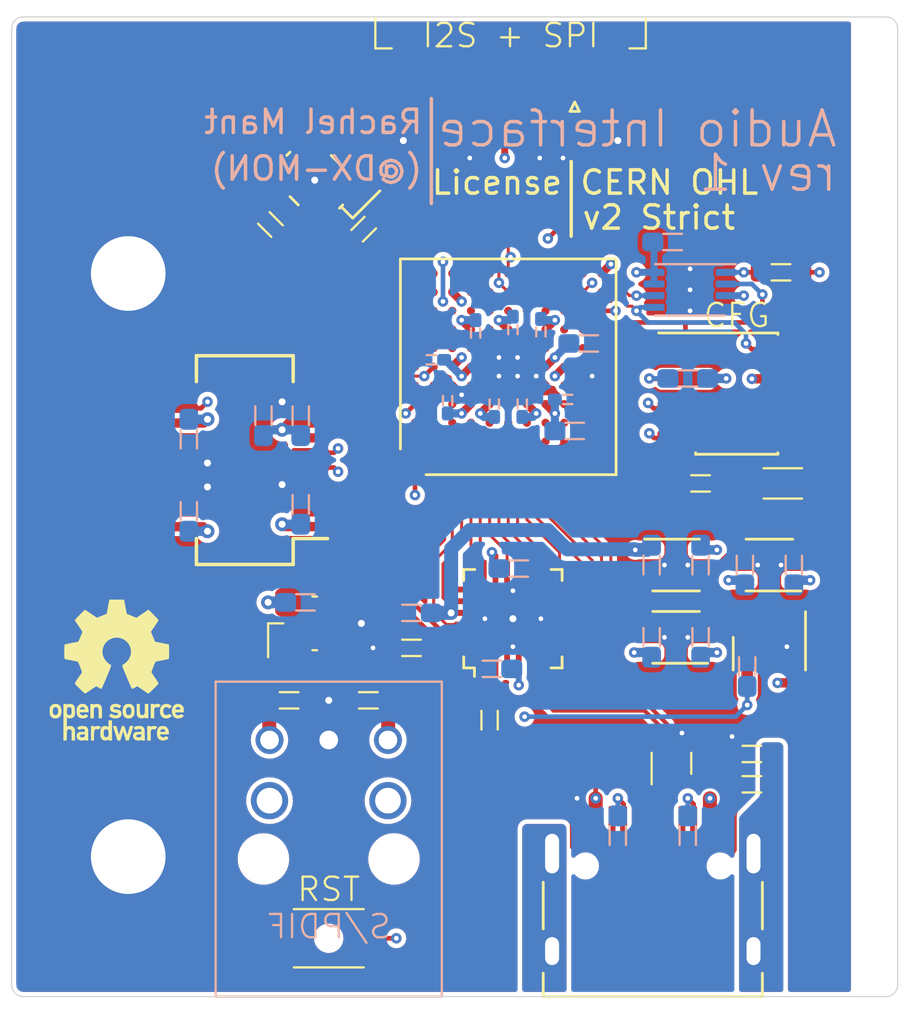
<source format=kicad_pcb>
(kicad_pcb (version 20211014) (generator pcbnew)
  (layers (0 "F.Cu" signal) (1 "In1.Cu" power) (2 "In2.Cu" signal) (31 "B.Cu" power) (34 "B.Paste" user) (35 "F.Paste" user) (36 "B.SilkS" user "B.Silkscreen") (37 "F.SilkS" user "F.Silkscreen") (38 "B.Mask" user) (39 "F.Mask" user) (44 "Edge.Cuts" user))
  (net 0 "")
  (net 1 "DGND")
  (net 2 "Net-(C2-Pad2)")
  (net 3 "Net-(C3-Pad2)")
  (net 4 "+3V3")
  (net 5 "/S{slash}PDIF")
  (net 6 "/USB/D+")
  (net 7 "Net-(J2-PadB5)")
  (net 9 "/USB/D-")
  (net 10 "Net-(J2-PadA5)")
  (net 12 "+5V")
  (net 15 "/Processing/ULPI.D7")
  (net 16 "/Processing/ULPI.D6")
  (net 17 "/Processing/ULPI.D5")
  (net 18 "/Processing/ULPI.D4")
  (net 19 "/Processing/ULPI.CLK")
  (net 20 "/Processing/ULPI.D3")
  (net 21 "/Processing/ULPI.D2")
  (net 22 "/Processing/ULPI.D1")
  (net 23 "/Processing/ULPI.D0")
  (net 24 "/Processing/ULPI.NXT")
  (net 25 "/Processing/ULPI.DIR")
  (net 26 "/Processing/ULPI.STP")
  (net 27 "/Processing/ULPI.~{RST}")
  (net 28 "Net-(R4-Pad2)")
  (net 50 "+1V2")
  (net 97 "/SYS_CLK")
  (net 98 "/Clock Generation/~{SPI_CS}")
  (net 99 "/Clock Generation/CSEL")
  (net 104 "/ACLK")
  (net 105 "/ADAT")
  (net 106 "/AR{slash}~{L}")
  (net 107 "/~{DAC_CS}")
  (net 108 "/Processing/CFG_SPI.CIPO")
  (net 109 "/Processing/CFG_SPI.CLK")
  (net 110 "/Processing/CFG_SPI.COPI")
  (net 111 "/Processing/CIPO")
  (net 112 "/Processing/COPI")
  (net 113 "/Processing/~{CFG_CS}")
  (net 115 "/Processing/~{CFG_RST}")
  (net 116 "/Processing/CFG_CLK")
  (net 117 "/Power/~{PSU_EN}")
  (net 118 "/USB/SHIELD")
  (net 119 "Net-(R7-Pad1)")
  (net 120 "+1V8")
  (net 121 "Net-(U1-Pad23)")
  (net 123 "Net-(U7-Pad3)")
  (net 124 "Net-(D1-Pad2)")
  (net 125 "Net-(U2-PadK8)")
  (footprint "rhais_package-qfn:WSON-6-1EP_2x2mm_P0.65mm_EP1x1.6mm" (layer "F.Cu") (at 194.5 121.5 180)
    (fp_text reference "U8")
    (fp_text value "TLV73312PDRV" hide)
  )
  (footprint "Package_BGA:BGA-121_9.0x9.0mm_Layout11x11_P0.8mm_Ball0.4mm_Pad0.35mm_NSMD" (layer "F.Cu") (at 183.3 113 90)
    (fp_text reference "U2")
    (fp_text value "ICE40HX8K-BG121" hide)
  )
  (footprint "rhais_rcl:R0603" (layer "F.Cu") (at 193.75 129.6 180)
    (fp_text reference "R1")
    (fp_text value "1M" hide)
  )
  (footprint "rhais_package-qfn:UDFN-6L" (layer "F.Cu") (at 190.3 130 90)
    (fp_text reference "U4")
    (fp_text value "SP3400-02UTG" hide)
  )
  (footprint "rhais_package-smd:SOT-143" (layer "F.Cu") (at 194.5 125.3 -90)
    (fp_text reference "U7")
    (fp_text value "APX811-40UG-7" hide)
  )
  (footprint "rhais_button-smd:B3U-1000P-B" (layer "F.Cu") (at 175.6 137.5 180)
    (fp_text reference "SW1")
    (fp_text value "RST")
  )
  (footprint "rhais_connector-pinheader:PinHeader_2x04_P1.27mm_Vertical_SMD" (layer "F.Cu") (at 193.1 114.15)
    (fp_text reference "J4")
    (fp_text value "CFG")
  )
  (footprint "rhais_osc:SMD3225" (layer "F.Cu") (at 175 105 135)
    (fp_text reference "Y1")
    (fp_text value "27MHz" hide)
  )
  (footprint "MountingHole:MountingHole_3.2mm_M3_Pad" (layer "F.Cu") (at 167 109)
    (fp_text reference "H2" hide)
    (fp_text value "MountingHole_Pad" hide)
  )
  (footprint "rhais_rcl:R0603" (layer "F.Cu") (at 191.55 118)
    (fp_text reference "R8")
    (fp_text value "6k8" hide)
  )
  (footprint "rhais_connector-te:1-17345952-2_1x12-1MP_P0.5mm_Horizontal" (layer "F.Cu") (at 183.4 101.5 180)
    (fp_text reference "J1")
    (fp_text value "I2S + SPI")
  )
  (footprint "rhais_package-smd:SSOP-20_3.9x8.7mm_P0.635mm" (layer "F.Cu") (at 172 117 180)
    (fp_text reference "U3")
    (fp_text value "PLL1708" hide)
  )
  (footprint "rhais_rcl:R0603" (layer "F.Cu") (at 182.5 128.15 -90)
    (fp_text reference "R7")
    (fp_text value "10k" hide)
  )
  (footprint "rhais_osc:SMD2520" (layer "F.Cu") (at 175 124)
    (fp_text reference "X1")
    (fp_text value "13MHz" hide)
  )
  (footprint "rhais_package-qfn:WSON-6-1EP_2x2mm_P0.65mm_EP1x1.6mm" (layer "F.Cu") (at 190.5 124.6 180)
    (fp_text reference "U6")
    (fp_text value "TLV75533PDRV" hide)
  )
  (footprint "rhais_rcl:C0603" (layer "F.Cu") (at 193.75 130.9 180)
    (fp_text reference "C1")
    (fp_text value "0u1" hide)
  )
  (footprint "rhais_rcl:R0603" (layer "F.Cu") (at 179.15 125.05)
    (fp_text reference "R4")
    (fp_text value "8k06" hide)
  )
  (footprint "rhais_usb:USB_C_Receptacle_HRO_TYPE-C-31-M-12" (layer "F.Cu") (at 189.5 137)
    (fp_text reference "J2")
    (fp_text value "USB_C_Receptacle_USB2.0" hide)
  )
  (footprint "MountingHole:MountingHole_3.2mm_M3_Pad" (layer "F.Cu") (at 167 134)
    (fp_text reference "H1" hide)
    (fp_text value "MountingHole_Pad" hide)
  )
  (footprint "rhais_package-qfn:QFN-24-1EP_4x4mm_P0.5mm_EP2.6x2.6mm" (layer "F.Cu") (at 183.5 123.8 90)
    (fp_text reference "U1")
    (fp_text value "USB3318" hide)
  )
  (footprint "rhais_rcl:C0603" (layer "F.Cu") (at 173.1 106.9 135)
    (fp_text reference "C2")
    (fp_text value "15p" hide)
  )
  (footprint "rhais_led:LED0603" (layer "F.Cu") (at 194.65 118 180)
    (fp_text reference "D1")
    (fp_text value "WHITE" hide)
  )
  (footprint "rhais_rcl:C0603" (layer "F.Cu") (at 177.1 107.1 45)
    (fp_text reference "C3")
    (fp_text value "15p" hide)
  )
  (footprint "rhais_rcl:R0603" (layer "F.Cu") (at 195 108.95 180)
    (fp_text reference "R5")
    (fp_text value "10k" hide)
  )
  (footprint "rhais_rcl:C0603" (layer "F.Cu") (at 173.9 127.3 180)
    (fp_text reference "C6")
    (fp_text value "0u1" hide)
  )
  (footprint "rhais_rcl:C0603" (layer "F.Cu") (at 177.3 127.3)
    (fp_text reference "C7")
    (fp_text value "30pF" hide)
  )
  (footprint "Symbol:OSHW-Logo_5.7x6mm_SilkScreen" (layer "F.Cu") (at 166.5 126)
    (fp_text reference "G1" hide)
    (fp_text value "OSHW-Logo_5.7x6mm_SilkScreen" hide)
  )
  (footprint "rhais_package-qfn:WSON-6-1EP_2x2mm_P0.65mm_EP1x1.6mm" (layer "F.Cu") (at 190.5 121.5)
    (fp_text reference "U9")
    (fp_text value "LP5910-1.8DRV" hide)
  )
  (footprint "rhais_rcl:C0402" (layer "B.Cu") (at 184.7 111.5 90)
    (fp_text reference "C24")
    (fp_text value "0u1" hide)
  )
  (footprint "rhais_rcl:C0603" (layer "B.Cu") (at 172.8 115.1 -90)
    (fp_text reference "C5")
    (fp_text value "10u" hide)
  )
  (footprint "rhais_rcl:C0603" (layer "B.Cu") (at 189.45 121.5 90)
    (fp_text reference "C14")
    (fp_text value "1u" hide)
  )
  (footprint "rhais_rcl:C0603" (layer "B.Cu") (at 182.6 125.95)
    (fp_text reference "C22")
    (fp_text value "4u7" hide)
  )
  (footprint "rhais_rcl:C0402" (layer "B.Cu") (at 182.7 114.6 -90)
    (fp_text reference "C32")
    (fp_text value "0u1" hide)
  )
  (footprint "rhais_rcl:C0603" (layer "B.Cu") (at 191.55 121.5 90)
    (fp_text reference "C13")
    (fp_text value "1u" hide)
  )
  (footprint "rhais_rcl:C0402" (layer "B.Cu") (at 180 112.7)
    (fp_text reference "C30")
    (fp_text value "0u1" hide)
  )
  (footprint "rhais_rcl:R0603" (layer "B.Cu") (at 191 133.1 -90)
    (fp_text reference "R3")
    (fp_text value "5k1" hide)
  )
  (footprint "rhais_rcl:C0402" (layer "B.Cu") (at 180.7 114.45 -90)
    (fp_text reference "C27")
    (fp_text value "0u1" hide)
  )
  (footprint "rhais_rcl:R0603" (layer "B.Cu") (at 191 113.5 180)
    (fp_text reference "R6")
    (fp_text value "10k" hide)
  )
  (footprint "rhais_rcl:C0603" (layer "B.Cu") (at 189.45 124.6 -90)
    (fp_text reference "C16")
    (fp_text value "4u7" hide)
  )
  (footprint "rhais_rcl:C0603" (layer "B.Cu") (at 195.55 121.5 -90)
    (fp_text reference "C19")
    (fp_text value "4u7" hide)
  )
  (footprint "rhais_rcl:C0402" (layer "B.Cu") (at 183.9 114.6 -90)
    (fp_text reference "C29")
    (fp_text value "0u1" hide)
  )
  (footprint "rhais_rcl:C0603" (layer "B.Cu") (at 193.45 121.5 -90)
    (fp_text reference "C18")
    (fp_text value "4u7" hide)
  )
  (footprint "rhais_rcl:C0603" (layer "B.Cu") (at 186.75 112 180)
    (fp_text reference "C28")
    (fp_text value "4u7" hide)
  )
  (footprint "rhais_rcl:C0402" (layer "B.Cu") (at 183.5 111.4 90)
    (fp_text reference "C31")
    (fp_text value "0u1" hide)
  )
  (footprint "rhais_rcl:C0603" (layer "B.Cu") (at 174.6 123.1 180)
    (fp_text reference "C12")
    (fp_text value "0u1" hide)
  )
  (footprint "rhais_rcl:C0603" (layer "B.Cu") (at 169.6 119.2 -90)
    (fp_text reference "C10")
    (fp_text value "0u1" hide)
  )
  (footprint "rhais_package-qfn:UDFN-8-1EP_3x2mm_P0.5mm_EP1.4x1.4mm" (layer "B.Cu") (at 191.1 109.7 180)
    (fp_text reference "U5")
    (fp_text value "GD25Q40C" hide)
  )
  (footprint "rhais_rcl:C0603" (layer "B.Cu") (at 186.15 115.75 180)
    (fp_text reference "C23")
    (fp_text value "4u7" hide)
  )
  (footprint "rhais_rcl:C0402" (layer "B.Cu") (at 185.85 114.4 180)
    (fp_text reference "C26")
    (fp_text value "0u1" hide)
  )
  (footprint "rhais_rcl:C0603" (layer "B.Cu") (at 190.35 107.65 180)
    (fp_text reference "C11")
    (fp_text value "0u1" hide)
  )
  (footprint "rhais_rcl:C0603" (layer "B.Cu") (at 174.4 118.9 -90)
    (fp_text reference "C8")
    (fp_text value "0u1" hide)
  )
  (footprint "rhais_rcl:C0603" (layer "B.Cu") (at 191.55 124.6 -90)
    (fp_text reference "C17")
    (fp_text value "4u7" hide)
  )
  (footprint "rhais_rcl:C0603" (layer "B.Cu") (at 169.6 116.1 90)
    (fp_text reference "C9")
    (fp_text value "0u1" hide)
  )
  (footprint "rhais_connector-optical:S-PDIF_Receiver" (layer "B.Cu") (at 175.6 131.6)
    (fp_text reference "J3")
    (fp_text value "S/PDIF")
  )
  (footprint "rhais_rcl:C0402" (layer "B.Cu") (at 181.9 111.55 90)
    (fp_text reference "C25")
    (fp_text value "0u1" hide)
  )
  (footprint "rhais_rcl:C0603" (layer "B.Cu") (at 174.4 115.1 -90)
    (fp_text reference "C4")
    (fp_text value "0u1" hide)
  )
  (footprint "rhais_rcl:R0603" (layer "B.Cu") (at 188 133.1 -90)
    (fp_text reference "R2")
    (fp_text value "5k1" hide)
  )
  (footprint "rhais_rcl:C0603" (layer "B.Cu") (at 179.15 123.55)
    (fp_text reference "C20")
    (fp_text value "0u1" hide)
  )
  (footprint "rhais_rcl:C0603" (layer "B.Cu") (at 183.75 121.65 180)
    (fp_text reference "C21")
    (fp_text value "0u1" hide)
  )
  (footprint "rhais_rcl:C0603" (layer "B.Cu") (at 193.55 125.85 90)
    (fp_text reference "C15")
    (fp_text value "1u" hide)
  )
  (gr_line (start 180 106) (end 180 101.5) (layer "B.SilkS") (width 0.15))
  (gr_line (start 186 104.2) (end 186 107.4) (layer "F.SilkS") (width 0.15))
  (gr_arc locked (start 162 98.5) (mid 162.146447 98.146447) (end 162.5 98) (layer "Edge.Cuts") (width 0.05))
  (gr_arc locked (start 200.000001 139.500001) (mid 199.853554 139.853554) (end 199.500001 140.000001) (layer "Edge.Cuts") (width 0.05))
  (gr_arc locked (start 162.5 140) (mid 162.146447 139.853553) (end 162 139.5) (layer "Edge.Cuts") (width 0.05))
  (gr_arc locked (start 199.5 98) (mid 199.853553 98.146447) (end 200 98.5) (layer "Edge.Cuts") (width 0.05))
  (gr_line locked (start 162 139.5) (end 162 98.5) (layer "Edge.Cuts") (width 0.05))
  (gr_line locked (start 199.500001 140.000001) (end 162.5 140) (layer "Edge.Cuts") (width 0.05))
  (gr_line locked (start 200.000001 139.500001) (end 200 98.5) (layer "Edge.Cuts") (width 0.05))
  (gr_line locked (start 162.5 98) (end 199.5 98) (layer "Edge.Cuts") (width 0.05))
  (gr_text "(@DX-MON)" (at 179.7 104.5) (layer "B.SilkS") (effects (font (size 1 1)) (justify left mirror)))
  (gr_text "Audio Interface" (at 197.5 102.8) (layer "B.SilkS") (effects (font (size 1.5 1.5)) (justify left mirror)))
  (gr_text "rev 1" (at 197.5 104.7) (layer "B.SilkS") (effects (font (size 1.5 1.5)) (justify left mirror)))
  (gr_text "Rachel Mant" (at 179.7 102.5) (layer "B.SilkS") (effects (font (size 1 1)) (justify left mirror)))
  (gr_text "CERN OHL" (at 186.3 105.1) (layer "F.SilkS") (effects (font (size 1 1)) (justify left)))
  (gr_text "License" (at 185.7 105.1) (layer "F.SilkS") (effects (font (size 1 1)) (justify right)))
  (gr_text "v2 Strict" (at 186.4 106.6) (layer "F.SilkS") (effects (font (size 1 1)) (justify left)))
  (segment (start 183.3 113) (end 183.7 112.6) (width 0.35) (layer "F.Cu") (net 1))
  (segment (start 182.5 113) (end 182.9 112.6) (width 0.35) (layer "F.Cu") (net 1))
  (segment (start 192.9 129.6) (end 192.9 128.85) (width 0.6) (layer "F.Cu") (net 1))
  (segment (start 190.5 124.6) (end 190.5 124.3) (width 0.4) (layer "F.Cu") (net 1))
  (segment (start 180.9 113.8) (end 181.3 114.2) (width 0.35) (layer "F.Cu") (net 1))
  (segment (start 195.55 121.5) (end 194.5 121.5) (width 0.4) (layer "F.Cu") (net 1))
  (segment (start 178.3 125.05) (end 177.5 125.05) (width 0.2) (layer "F.Cu") (net 1))
  (segment (start 169.2 117.3175) (end 170.2075 117.3175) (width 0.4) (layer "F.Cu") (net 1))
  (segment (start 173.6975 117.9525) (end 173.6 118.05) (width 0.4) (layer "F.Cu") (net 1))
  (segment (start 191.55 124.6) (end 190.5 124.6) (width 0.4) (layer "F.Cu") (net 1))
  (segment (start 173.8775 114.7775) (end 174.8 114.7775) (width 0.4) (layer "F.Cu") (net 1))
  (segment (start 175.6 129) (end 175.6 127.3) (width 0.6) (layer "F.Cu") (net 1))
  (segment (start 188 101.2) (end 188 103.3) (width 1) (layer "F.Cu") (net 1))
  (segment (start 191.55 121.5) (end 190.5 121.5) (width 0.4) (layer "F.Cu") (net 1))
  (segment (start 175 105) (end 175.1 105.1) (width 0.2) (layer "F.Cu") (net 1))
  (segment (start 170.2025 117.9525) (end 170.4 118.15) (width 0.4) (layer "F.Cu") (net 1))
  (segment (start 190.5 124.3) (end 190.85 123.95) (width 0.4) (layer "F.Cu") (net 1))
  (segment (start 187.3 113) (end 186.9 113.4) (width 0.35) (layer "F.Cu") (net 1))
  (segment (start 176.05 124.9) (end 176.1 124.9) (width 0.5) (layer "F.Cu") (net 1))
  (segment (start 181.65 103) (end 181.65 104.05) (width 0.3) (layer "F.Cu") (net 1))
  (segment (start 178.8 101.2) (end 178.8 103.3) (width 1) (layer "F.Cu") (net 1))
  (segment (start 184.65 103) (end 184.65 104.05) (width 0.3) (layer "F.Cu") (net 1))
  (segment (start 175.1 105.1) (end 175.1 106.443503) (width 0.2) (layer "F.Cu") (net 1))
  (segment (start 183.3 113) (end 182.9 112.6) (width 0.35) (layer "F.Cu") (net 1))
  (segment (start 184.1 113) (end 184.5 113.4) (width 0.35) (layer "F.Cu") (net 1))
  (segment (start 190.75 130.55) (end 190.75 129.45) (width 0.35) (layer "F.Cu") (net 1))
  (segment (start 194.85 120.85) (end 195.55 120.85) (width 0.4) (layer "F.Cu") (net 1))
  (segment (start 175.1 106.443503) (end 175.176777 106.52028) (width 0.2) (layer "F.Cu") (net 1))
  (segment (start 175.176777 106.52028) (end 174.681802 106.52028) (width 0.2) (layer "F.Cu") (net 1))
  (segment (start 174.9 103.556497) (end 174.823223 103.47972) (width 0.2) (layer "F.Cu") (net 1))
  (segment (start 173.6 114.5) (end 173.8775 114.7775) (width 0.4) (layer "F.Cu") (net 1))
  (segment (start 174.9 104.9) (end 174.9 103.556497) (width 0.2) (layer "F.Cu") (net 1))
  (segment (start 175 105) (end 174.9 104.9) (width 0.2) (layer "F.Cu") (net 1))
  (segment (start 189.45 124.6) (end 190.5 124.6) (width 0.4) (layer "F.Cu") (net 1))
  (segment (start 190.85 123.85) (end 191.55 123.85) (width 0.4) (layer "F.Cu") (net 1))
  (segment (start 195.25 124.05) (end 195.25 125) (width 0.6) (layer "F.Cu") (net 1))
  (segment (start 174.8 117.9525) (end 173.6975 117.9525) (width 0.4) (layer "F.Cu") (net 1))
  (segment (start 184.9 113.8) (end 184.5 113.4) (width 0.35) (layer "F.Cu") (net 1))
  (segment (start 194.5 121.2) (end 194.85 120.85) (width 0.4) (layer "F.Cu") (net 1))
  (segment (start 169.2 117.9525) (end 170.2025 117.9525) (width 0.4) (layer "F.Cu") (net 1))
  (segment (start 183.3 113.8) (end 182.9 113.4) (width 0.35) (layer "F.Cu") (net 1))
  (segment (start 183.3 112.2) (end 182.9 112.6) (width 0.35) (layer "F.Cu") (net 1))
  (segment (start 184.1 113) (end 183.7 112.6) (width 0.35) (layer "F.Cu") (net 1))
  (segment (start 182.5 112.2) (end 182.9 112.6) (width 0.35) (layer "F.Cu") (net 1))
  (segment (start 175.6 127.3) (end 176.45 127.3) (width 0.6) (layer "F.Cu") (net 1))
  (segment (start 182.5 113.8) (end 182.9 113.4) (width 0.35) (layer "F.Cu") (net 1))
  (segment (start 182.5 113) (end 182.9 113.4) (width 0.35) (layer "F.Cu") (net 1))
  (segment (start 184.1 113) (end 183.7 113.4) (width 0.35) (layer "F.Cu") (net 1))
  (segment (start 194.5 121.5) (end 194.5 121.2) (width 0.4) (layer "F.Cu") (net 1))
  (segment (start 184.1 112.2) (end 183.7 112.6) (width 0.35) (layer "F.Cu") (net 1))
  (segment (start 174.75 127.3) (end 175.6 127.3) (width 0.6) (layer "F.Cu") (net 1))
  (segment (start 175.318198 106.52028) (end 176.498959 107.701041) (width 0.2) (layer "F.Cu") (net 1))
  (segment (start 184.1 113.8) (end 184.5 113.4) (width 0.35) (layer "F.Cu") (net 1))
  (segment (start 185.65 103) (end 185.65 104.05) (width 0.3) (layer "F.Cu") (net 1))
  (segment (start 190.75 129.45) (end 190.75 128.7) (width 0.35) (layer "F.Cu") (net 1))
  (segment (start 184.1 113.8) (end 183.7 113.4) (width 0.35) (layer "F.Cu") (net 1))
  (segment (start 183.3 112.2) (end 183.7 112.6) (width 0.35) (layer "F.Cu") (net 1))
  (segment (start 183.3 113) (end 183.7 113.4) (width 0.35) (layer "F.Cu") (net 1))
  (segment (start 175.176777 106.52028) (end 175.318198 106.52028) (width 0.2) (layer "F.Cu") (net 1))
  (segment (start 189.45 121.5) (end 190.5 121.5) (width 0.4) (layer "F.Cu") (net 1))
  (segment (start 183.3 113.8) (end 183.7 113.4) (width 0.35) (layer "F.Cu") (net 1))
  (segment (start 186.25 132.755) (end 186.25 131.5) (width 0.6) (layer "F.Cu") (net 1))
  (segment (start 193.45 121.5) (end 194.5 121.5) (width 0.4) (layer "F.Cu") (net 1))
  (segment (start 170.2075 117.3175) (end 170.4 117.125) (width 0.4) (layer "F.Cu") (net 1))
  (segment (start 183.3 113) (end 182.9 113.4) (width 0.35) (layer "F.Cu") (net 1))
  (segment (start 174.681802 106.52028) (end 173.701041 107.501041) (width 0.2) (layer "F.Cu") (net 1))
  (segment (start 176.1 124.9) (end 177 124) (width 0.5) (layer "F.Cu") (net 1))
  (via (at 188 103.3) (size 0.6) (drill 0.3) (layers "F.Cu" "B.Cu") (net 1))
  (via (at 175.6 127.3) (size 0.6) (drill 0.3) (layers "F.Cu" "B.Cu") (net 1))
  (via (at 183.7 113.4) (size 0.45) (drill 0.2) (layers "F.Cu" "B.Cu") (net 1))
  (via (at 173.6 118.05) (size 0.6) (drill 0.3) (layers "F.Cu" "B.Cu") (net 1))
  (via (at 182.9 113.4) (size 0.45) (drill 0.2) (layers "F.Cu" "B.Cu") (net 1))
  (via (at 186.9 113.4) (size 0.45) (drill 0.2) (layers "F.Cu" "B.Cu") (net 1))
  (via (at 183.7 112.6) (size 0.45) (drill 0.2) (layers "F.Cu" "B.Cu") (net 1))
  (via (at 181.65 104.05) (size 0.45) (drill 0.2) (layers "F.Cu" "B.Cu") (net 1))
  (via (at 192.9 128.85) (size 0.45) (drill 0.2) (layers "F.Cu" "B.Cu") (net 1))
  (via (at 190 121.5) (size 0.45) (drill 0.2) (layers "F.Cu" "B.Cu") (net 1))
  (via (at 190 124.6) (size 0.45) (drill 0.2) (layers "F.Cu" "B.Cu") (net 1))
  (via (at 177 124) (size 0.6) (drill 0.3) (layers "F.Cu" "B.Cu") (net 1))
  (via (at 185.65 104.05) (size 0.45) (drill 0.2) (layers "F.Cu" "B.Cu") (net 1))
  (via (at 173.6 114.5) (size 0.6) (drill 0.3) (layers "F.Cu" "B.Cu") (net 1))
  (via (at 191.1 109.7) (size 0.45) (drill 0.2) (layers "F.Cu" "B.Cu") (net 1))
  (via (at 175 105) (size 0.6) (drill 0.3) (layers "F.Cu" "B.Cu") (net 1))
  (via (at 183.5 123.8) (size 0.6) (drill 0.3) (layers "F.Cu" "B.Cu") (net 1))
  (via (at 191 124.6) (size 0.45) (drill 0.2) (layers "F.Cu" "B.Cu") (net 1))
  (via (at 170.4 118.15) (size 0.6) (drill 0.3) (layers "F.Cu" "B.Cu") (net 1))
  (via (at 191.1 110.6) (size 0.45) (drill 0.2) (layers "F.Cu" "B.Cu") (net 1))
  (via (at 170.4 117.125) (size 0.6) (drill 0.3) (layers "F.Cu" "B.Cu") (net 1))
  (via (at 184.5 113.4) (size 0.45) (drill 0.2) (layers "F.Cu" "B.Cu") (net 1))
  (via (at 195.25 125) (size 0.45) (drill 0.2) (layers "F.Cu" "B.Cu") (net 1))
  (via (at 194 121.5) (size 0.45) (drill 0.2) (layers "F.Cu" "B.Cu") (net 1))
  (via (at 181.3 114.2) (size 0.45) (drill 0.2) (layers "F.Cu" "B.Cu") (net 1))
  (via (at 178.8 103.3) (size 0.6) (drill 0.3) (layers "F.Cu" "B.Cu") (net 1))
  (via (at 177.5 125.05) (size 0.45) (drill 0.2) (layers "F.Cu" "B.Cu") (net 1))
  (via (at 195 121.5) (size 0.45) (drill 0.2) (layers "F.Cu" "B.Cu") (net 1))
  (via (at 183.5 122.6) (size 0.45) (drill 0.2) (layers "F.Cu" "B.Cu") (net 1))
  (via (at 183.5 125) (size 0.45) (drill 0.2) (layers "F.Cu" "B.Cu") (net 1))
  (via (at 182.3 123.8) (size 0.45) (drill 0.2) (layers "F.Cu" "B.Cu") (net 1))
  (via (at 186.25 131.5) (size 0.45) (drill 0.2) (layers "F.Cu" "B.Cu") (net 1))
  (via (at 182.9 112.6) (size 0.45) (drill 0.2) (layers "F.Cu" "B.Cu") (net 1))
  (via (at 184.7 123.8) (size 0.45) (drill 0.2) (layers "F.Cu" "B.Cu") (net 1))
  (via (at 184.65 104.05) (size 0.45) (drill 0.2) (layers "F.Cu" "B.Cu") (net 1))
  (via (at 191 121.5) (size 0.45) (drill 0.2) (layers "F.Cu" "B.Cu") (net 1))
  (via (at 190.75 128.7) (size 0.45) (drill 0.2) (layers "F.Cu" "B.Cu") (net 1))
  (via (at 191.1 108.8) (size 0.45) (drill 0.2) (layers "F.Cu" "B.Cu") (net 1))
  (segment (start 174.4 114.25) (end 174.15 114.5) (width 0.4) (layer "B.Cu") (net 1))
  (segment (start 173.6 118.05) (end 174.4 118.05) (width 0.4) (layer "B.Cu") (net 1))
  (segment (start 173.05 114.5) (end 172.8 114.25) (width 0.4) (layer "B.Cu") (net 1))
  (segment (start 173.6 114.5) (end 173.05 114.5) (width 0.4) (layer "B.Cu") (net 1))
  (segment (start 174.15 114.5) (end 173.6 114.5) (width 0.4) (layer "B.Cu") (net 1))
  (segment (start 171.8 111.8) (end 171.8 113.4) (width 0.2) (layer "F.Cu") (net 2))
  (segment (start 173.47972 104.823223) (end 173.47972 105.318198) (width 0.2) (layer "F.Cu") (net 2))
  (segment (start 174.4 111) (end 172.6 111) (width 0.2) (layer "F.Cu") (net 2))
  (segment (start 170.1 113.8) (end 169.7575 114.1425) (width 0.2) (layer "F.Cu") (net 2))
  (segment (start 173.5 108.6) (end 174.4 108.6) (width 0.2) (layer "F.Cu") (net 2))
  (segment (start 174.9 110.5) (end 174.4 111) (width 0.2) (layer "F.Cu") (net 2))
  (segment (start 172.498959 107.598959) (end 173.5 108.6) (width 0.2) (layer "F.Cu") (net 2))
  (segment (start 169.7575 114.1425) (end 169.2 114.1425) (width 0.2) (layer "F.Cu") (net 2))
  (segment (start 172.6 111) (end 171.8 111.8) (width 0.2) (layer "F.Cu") (net 2))
  (segment (start 171.8 113.4) (end 171.4 113.8) (width 0.2) (layer "F.Cu") (net 2))
  (segment (start 172.498959 106.298959) (end 172.498959 107.598959) (width 0.2) (layer "F.Cu") (net 2))
  (segment (start 173.47972 105.318198) (end 172.498959 106.298959) (width 0.2) (layer "F.Cu") (net 2))
  (segment (start 174.9 109.1) (end 174.9 110.5) (width 0.2) (layer "F.Cu") (net 2))
  (segment (start 174.4 108.6) (end 174.9 109.1) (width 0.2) (layer "F.Cu") (net 2))
  (segment (start 171.4 113.8) (end 170.1 113.8) (width 0.2) (layer "F.Cu") (net 2))
  (segment (start 176.52028 105.176777) (end 176.52028 105.318198) (width 0.2) (layer "F.Cu") (net 3))
  (segment (start 172.6 113.8) (end 173.9 113.8) (width 0.2) (layer "F.Cu") (net 3))
  (segment (start 174.2425 114.1425) (end 174.8 114.1425) (width 0.2) (layer "F.Cu") (net 3))
  (segment (start 177.701041 107.798959) (end 176.7 108.8) (width 0.2) (layer "F.Cu") (net 3))
  (segment (start 175.6 108.8) (end 175.3 109.1) (width 0.2) (layer "F.Cu") (net 3))
  (segment (start 172.2 113.4) (end 172.6 113.8) (width 0.2) (layer "F.Cu") (net 3))
  (segment (start 174.5 111.4) (end 172.7 111.4) (width 0.2) (layer "F.Cu") (net 3))
  (segment (start 172.7 111.4) (end 172.2 111.9) (width 0.2) (layer "F.Cu") (net 3))
  (segment (start 175.3 109.1) (end 175.3 110.6) (width 0.2) (layer "F.Cu") (net 3))
  (segment (start 176.7 108.8) (end 175.6 108.8) (width 0.2) (layer "F.Cu") (net 3))
  (segment (start 176.52028 105.318198) (end 177.701041 106.498959) (width 0.2) (layer "F.Cu") (net 3))
  (segment (start 173.9 113.8) (end 174.2425 114.1425) (width 0.2) (layer "F.Cu") (net 3))
  (segment (start 172.2 111.9) (end 172.2 113.4) (width 0.2) (layer "F.Cu") (net 3))
  (segment (start 177.701041 106.498959) (end 177.701041 107.798959) (width 0.2) (layer "F.Cu") (net 3))
  (segment (start 175.3 110.6) (end 174.5 111.4) (width 0.2) (layer "F.Cu") (net 3))
  (segment (start 181.7 113) (end 181.3 113.4) (width 0.35) (layer "F.Cu") (net 4))
  (segment (start 191.55 120.85) (end 192.25 120.85) (width 0.4) (layer "F.Cu") (net 4))
  (segment (start 170.2075 119.8575) (end 170.4 120.05) (width 0.4) (layer "F.Cu") (net 4))
  (segment (start 180.9 109.8) (end 181.3 110.2) (width 0.35) (layer "F.Cu") (net 4))
  (segment (start 173.05 128.99) (end 173.06 129) (width 0.6) (layer "F.Cu") (net 4))
  (segment (start 193.45 122.15) (end 192.75 122.15) (width 0.4) (layer "F.Cu") (net 4))
  (segment (start 184.9 113) (end 185.3 112.6) (width 0.35) (layer "F.Cu") (net 4))
  (segment (start 170.2375 115.4125) (end 170.4 115.25) (width 0.4) (layer "F.Cu") (net 4))
  (segment (start 173.8875 115.4125) (end 173.6 115.7) (width 0.4) (layer "F.Cu") (net 4))
  (segment (start 174.8 115.4125) (end 173.8875 115.4125) (width 0.4) (layer "F.Cu") (net 4))
  (segment (start 183.15 103) (end 183.15 104.05) (width 0.3) (layer "F.Cu") (net 4))
  (segment (start 182.75 121.1) (end 182.6 120.95) (width 0.25) (layer "F.Cu") (net 4))
  (segment (start 169.2 119.8575) (end 170.2075 119.8575) (width 0.4) (layer "F.Cu") (net 4))
  (segment (start 195.85 108.95) (end 196.65 108.95) (width 0.2) (layer "F.Cu") (net 4))
  (segment (start 173.05 127.3) (end 173.05 128.99) (width 0.6) (layer "F.Cu") (net 4))
  (segment (start 182.75 121.775) (end 182.75 121.1) (width 0.25) (layer "F.Cu") (net 4))
  (segment (start 182.5 114.6) (end 182.1 115) (width 0.35) (layer "F.Cu") (net 4))
  (segment (start 195.3 113.515) (end 193.75 113.515) (width 0.4) (layer "F.Cu") (net 4))
  (segment (start 173.7 119.85) (end 174.8 119.85) (width 0.4) (layer "F.Cu") (net 4))
  (segment (start 173.6 119.75) (end 173.7 119.85) (width 0.4) (layer "F.Cu") (net 4))
  (segment (start 183.25 125.825) (end 183.75 125.825) (width 0.25) (layer "F.Cu") (net 4))
  (segment (start 183.75 125.825) (end 183.75 126.65) (width 0.25) (layer "F.Cu") (net 4))
  (segment (start 169.2 115.4125) (end 170.2375 115.4125) (width 0.4) (layer "F.Cu") (net 4))
  (segment (start 173.95 123.1) (end 173 123.1) (width 0.5) (layer "F.Cu") (net 4))
  (segment (start 184.1 114.6) (end 184.5 115) (width 0.35) (layer "F.Cu") (net 4))
  (segment (start 173.95 124.9) (end 173.95 123.1) (width 0.5) (layer "F.Cu") (net 4))
  (segment (start 183.3 111.4) (end 182.9 111) (width 0.35) (layer "F.Cu") (net 4))
  (segment (start 187.3 109) (end 187.7 108.6) (width 0.35) (layer "F.Cu") (net 4))
  (segment (start 191.55 125.25) (end 192.25 125.25) (width 0.4) (layer "F.Cu") (net 4))
  (via (at 173.6 115.7) (size 0.6) (drill 0.3) (layers "F.Cu" "B.Cu") (net 4))
  (via (at 173 123.1) (size 0.6) (drill 0.3) (layers "F.Cu" "B.Cu") (net 4))
  (via (at 187.7 108.6) (size 0.45) (drill 0.2) (layers "F.Cu" "B.Cu") (net 4))
  (via (at 188.8 108.95) (size 0.45) (drill 0.2) (layers "F.Cu" "B.Cu") (net 4))
  (via (at 192.65 113.5) (size 0.45) (drill 0.2) (layers "F.Cu" "B.Cu") (net 4))
  (via (at 192.25 120.85) (size 0.45) (drill 0.2) (layers "F.Cu" "B.Cu") (net 4))
  (via (at 184.5 115) (size 0.45) (drill 0.2) (layers "F.Cu" "B.Cu") (net 4))
  (via (at 192.75 122.15) (size 0.45) (drill 0.2) (layers "F.Cu" "B.Cu") (net 4))
  (via (at 181.3 110.2) (size 0.45) (drill 0.2) (layers "F.Cu" "B.Cu") (net 4))
  (via (at 173.6 119.75) (size 0.6) (drill 0.3) (layers "F.Cu" "B.Cu") (net 4))
  (via (at 192.25 125.25) (size 0.45) (drill 0.2) (layers "F.Cu" "B.Cu") (net 4))
  (via (at 182.9 111) (size 0.45) (drill 0.2) (layers "F.Cu" "B.Cu") (net 4))
  (via (at 185.3 112.6) (size 0.45) (drill 0.2) (layers "F.Cu" "B.Cu") (net 4))
  (via (at 182.6 120.95) (size 0.45) (drill 0.2) (layers "F.Cu" "B.Cu") (net 4))
  (via (at 183.15 104.05) (size 0.45) (drill 0.2) (layers "F.Cu" "B.Cu") (net 4))
  (via (at 193.75 113.515) (size 0.45) (drill 0.2) (layers "F.Cu" "B.Cu") (net 4))
  (via (at 170.4 115.25) (size 0.6) (drill 0.3) (layers "F.Cu" "B.Cu") (net 4))
  (via (at 193.4 109.95) (size 0.45) (drill 0.2) (layers "F.Cu" "B.Cu") (net 4))
  (via (at 181.3 113.4) (size 0.45) (drill 0.2) (layers "F.Cu" "B.Cu") (net 4))
  (via (at 196.65 108.95) (size 0.45) (drill 0.2) (layers "F.Cu" "B.Cu") (net 4))
  (via (at 183.75 126.65) (size 0.45) (drill 0.2) (layers "F.Cu" "B.Cu") (net 4))
  (via (at 182.1 115) (size 0.45) (drill 0.2) (layers "F.Cu" "B.Cu") (net 4))
  (via (at 170.4 120.05) (size 0.6) (drill 0.3) (layers "F.Cu" "B.Cu") (net 4))
  (segment (start 183.75 126.65) (end 183.75 126.25) (width 0.25) (layer "B.Cu") (net 4))
  (segment (start 191.75 125.25) (end 191.55 125.45) (width 0.4) (layer "B.Cu") (net 4))
  (segment (start 189.55 108.95) (end 188.8 108.95) (width 0.3) (layer "B.Cu") (net 4))
  (segment (start 189.55 109.45) (end 189.55 108.95) (width 0.3) (layer "B.Cu") (net 4))
  (segment (start 193.25 122.15) (end 193.45 122.35) (width 0.4) (layer "B.Cu") (net 4))
  (segment (start 169.6 115.25) (end 170.4 115.25) (width 0.4) (layer "B.Cu") (net 4))
  (segment (start 189.55 107.7) (end 189.5 107.65) (width 0.3) (layer "B.Cu") (net 4))
  (segment (start 182.6 121.35) (end 182.9 121.65) (width 0.25) (layer "B.Cu") (net 4))
  (segment (start 173.6 115.7) (end 173.05 115.7) (width 0.4) (layer "B.Cu") (net 4))
  (segment (start 192.25 125.25) (end 191.75 125.25) (width 0.4) (layer "B.Cu") (net 4))
  (segment (start 182.6 120.95) (end 182.6 121.35) (width 0.25) (layer "B.Cu") (net 4))
  (segment (start 181.3 113.4) (end 180.6 112.7) (width 0.35) (layer "B.Cu") (net 4))
  (segment (start 192.65 109.95) (end 193.4 109.95) (width 0.3) (layer "B.Cu") (net 4))
  (segment (start 170.4 120.05) (end 169.6 120.05) (width 0.4) (layer "B.Cu") (net 4))
  (segment (start 192.75 122.15) (end 193.25 122.15) (width 0.4) (layer "B.Cu") (net 4))
  (segment (start 180.6 112.7) (end 180.55 112.7) (width 0.35) (layer "B.Cu") (net 4))
  (segment (start 174.4 119.75) (end 173.6 119.75) (width 0.4) (layer "B.Cu") (net 4))
  (segment (start 185.9 112) (end 185.3 112.6) (width 0.35) (layer "B.Cu") (net 4))
  (segment (start 174.15 115.7) (end 174.4 115.95) (width 0.4) (layer "B.Cu") (net 4))
  (segment (start 173.6 115.7) (end 174.15 115.7) (width 0.4) (layer "B.Cu") (net 4))
  (segment (start 191.85 113.5) (end 192.65 113.5) (width 0.4) (layer "B.Cu") (net 4))
  (segment (start 183.9 115.15) (end 184.35 115.15) (width 0.35) (layer "B.Cu") (net 4))
  (segment (start 191.75 120.85) (end 191.55 120.65) (width 0.4) (layer "B.Cu") (net 4))
  (segment (start 192.25 120.85) (end 191.75 120.85) (width 0.4) (layer "B.Cu") (net 4))
  (segment (start 182.7 115.15) (end 182.25 115.15) (width 0.35) (layer "B.Cu") (net 4))
  (segment (start 173.05 115.7) (end 172.8 115.95) (width 0.4) (layer "B.Cu") (net 4))
  (segment (start 183.75 126.25) (end 183.45 125.95) (width 0.25) (layer "B.Cu") (net 4))
  (segment (start 189.55 108.95) (end 189.55 107.7) (width 0.3) (layer "B.Cu") (net 4))
  (segment (start 182.9 111) (end 183.35 111) (width 0.35) (layer "B.Cu") (net 4))
  (segment (start 173 123.1) (end 173.75 123.1) (width 0.5) (layer "B.Cu") (net 4))
  (segment (start 182.25 115.15) (end 182.1 115) (width 0.35) (layer "B.Cu") (net 4))
  (segment (start 184.35 115.15) (end 184.5 115) (width 0.35) (layer "B.Cu") (net 4))
  (segment (start 183.35 111) (end 183.5 110.85) (width 0.35) (layer "B.Cu") (net 4))
  (segment (start 178.15 127.3) (end 178.15 128.99) (width 0.6) (layer "F.Cu") (net 5))
  (segment (start 178.15 128.99) (end 178.14 129) (width 0.6) (layer "F.Cu") (net 5))
  (segment (start 179.3 118.5) (end 179.3 117) (width 0.2) (layer "F.Cu") (net 5))
  (via (at 179.3 118.5) (size 0.45) (drill 0.2) (layers "F.Cu" "B.Cu") (net 5))
  (segment (start 190.1383 130.6617) (end 190.25 130.55) (width 0.175) (layer "F.Cu") (net 6))
  (segment (start 190.25 129.45) (end 190.1383 129.5617) (width 0.175) (layer "F.Cu") (net 6))
  (segment (start 189.4 133.9) (end 190.1 133.9) (width 0.175) (layer "F.Cu") (net 6))
  (segment (start 190.25 132.755) (end 190.1383 132.6433) (width 0.175) (layer "F.Cu") (net 6))
  (segment (start 189.257286 127.4617) (end 190.1383 128.342714) (width 0.175) (layer "F.Cu") (net 6))
  (segment (start 190.1383 128.342714) (end 190.1383 129.3383) (width 0.175) (layer "F.Cu") (net 6))
  (segment (start 184.6383 125.9367) (end 184.6383 126.742714) (width 0.175) (layer "F.Cu") (net 6))
  (segment (start 184.75 125.825) (end 184.6383 125.9367) (width 0.175) (layer "F.Cu") (net 6))
  (segment (start 189.25 133.75) (end 189.4 133.9) (width 0.175) (layer "F.Cu") (net 6))
  (segment (start 190.1383 130.4383) (end 190.25 130.55) (width 0.175) (layer "F.Cu") (net 6))
  (segment (start 190.1383 129.3383) (end 190.25 129.45) (width 0.175) (layer "F.Cu") (net 6))
  (segment (start 190.1383 129.5617) (end 190.1383 130.4383) (width 0.175) (layer "F.Cu") (net 6))
  (segment (start 190.1383 130.6617) (end 190.1383 130.4383) (width 0.175) (layer "F.Cu") (net 6))
  (segment (start 189.25 132.755) (end 189.25 133.75) (width 0.175) (layer "F.Cu") (net 6))
  (segment (start 190.1383 129.5617) (end 190.1383 129.3383) (width 0.175) (layer "F.Cu") (net 6))
  (segment (start 190.1383 132.6433) (end 190.1383 130.6617) (width 0.175) (layer "F.Cu") (net 6))
  (segment (start 190.25 133.75) (end 190.25 132.755) (width 0.175) (layer "F.Cu") (net 6))
  (segment (start 184.6383 126.742714) (end 185.357286 127.4617) (width 0.175) (layer "F.Cu") (net 6))
  (segment (start 190.1 133.9) (end 190.25 133.75) (width 0.175) (layer "F.Cu") (net 6))
  (segment (start 185.357286 127.4617) (end 189.257286 127.4617) (width 0.175) (layer "F.Cu") (net 6))
  (segment (start 191.25 132.755) (end 191.25 131.75) (width 0.2) (layer "F.Cu") (net 7))
  (segment (start 191.25 131.75) (end 191 131.5) (width 0.2) (layer "F.Cu") (net 7))
  (via (at 191 131.5) (size 0.45) (drill 0.2) (layers "F.Cu" "B.Cu") (net 7))
  (segment (start 191 131.5) (end 191 132.25) (width 0.2) (layer "B.Cu") (net 7))
  (segment (start 184.25 125.825) (end 184.3617 125.9367) (width 0.175) (layer "F.Cu") (net 9))
  (segment (start 189.75 129.45) (end 189.8617 129.5617) (width 0.175) (layer "F.Cu") (net 9))
  (segment (start 188.75 132.755) (end 188.75 131.75) (width 0.175) (layer "F.Cu") (net 9))
  (segment (start 189.8617 130.4383) (end 189.75 130.55) (width 0.175) (layer "F.Cu") (net 9))
  (segment (start 189.8617 128.457286) (end 189.8617 129.3383) (width 0.175) (layer "F.Cu") (net 9))
  (segment (start 189.8617 131.6117) (end 189.8617 130.6617) (width 0.175) (layer "F.Cu") (net 9))
  (segment (start 189.8617 132.6433) (end 189.8617 131.6117) (width 0.175) (layer "F.Cu") (net 9))
  (segment (start 189.8617 130.6617) (end 189.8617 130.4383) (width 0.175) (layer "F.Cu") (net 9))
  (segment (start 189.142714 127.7383) (end 189.8617 128.457286) (width 0.175) (layer "F.Cu") (net 9))
  (segment (start 184.3617 125.9367) (end 184.3617 126.857286) (width 0.175) (layer "F.Cu") (net 9))
  (segment (start 185.242714 127.7383) (end 189.142714 127.7383) (width 0.175) (layer "F.Cu") (net 9))
  (segment (start 188.9 131.6) (end 189.85 131.6) (width 0.175) (layer "F.Cu") (net 9))
  (segment (start 189.85 131.6) (end 189.8617 131.6117) (width 0.175) (layer "F.Cu") (net 9))
  (segment (start 189.8617 129.5617) (end 189.8617 130.4383) (width 0.175) (layer "F.Cu") (net 9))
  (segment (start 189.8617 129.5617) (end 189.8617 129.3383) (width 0.175) (layer "F.Cu") (net 9))
  (segment (start 189.8617 130.6617) (end 189.75 130.55) (width 0.175) (layer "F.Cu") (net 9))
  (segment (start 184.3617 126.857286) (end 185.242714 127.7383) (width 0.175) (layer "F.Cu") (net 9))
  (segment (start 189.8617 129.3383) (end 189.75 129.45) (width 0.175) (layer "F.Cu") (net 9))
  (segment (start 188.75 131.75) (end 188.9 131.6) (width 0.175) (layer "F.Cu") (net 9))
  (segment (start 189.75 132.755) (end 189.8617 132.6433) (width 0.175) (layer "F.Cu") (net 9))
  (segment (start 188.25 131.75) (end 188 131.5) (width 0.2) (layer "F.Cu") (net 10))
  (segment (start 188.25 132.755) (end 188.25 131.75) (width 0.2) (layer "F.Cu") (net 10))
  (via (at 188 131.5) (size 0.45) (drill 0.2) (layers "F.Cu" "B.Cu") (net 10))
  (segment (start 188 131.5) (end 188 132.25) (width 0.2) (layer "B.Cu") (net 10))
  (segment (start 182.5 129.7) (end 182.5 129) (width 0.2) (layer "F.Cu") (net 12))
  (segment (start 186.6 130.2) (end 183 130.2) (width 0.2) (layer "F.Cu") (net 12))
  (segment (start 187.05 130.65) (end 186.6 130.2) (width 0.2) (layer "F.Cu") (net 12))
  (segment (start 191.95 132.755) (end 191.95 131.5) (width 0.6) (layer "F.Cu") (net 12))
  (segment (start 195.45 126.55) (end 194.85 126.55) (width 0.4) (layer "F.Cu") (net 12))
  (segment (start 187.05 132.755) (end 187.05 131.5) (width 0.6) (layer "F.Cu") (net 12))
  (segment (start 189.45 125.25) (end 188.7 125.25) (width 0.4) (layer "F.Cu") (net 12))
  (segment (start 187.05 131.5) (end 187.05 130.65) (width 0.2) (layer "F.Cu") (net 12))
  (segment (start 183 130.2) (end 182.5 129.7) (width 0.2) (layer "F.Cu") (net 12))
  (via (at 191.95 131.5) (size 0.45) (drill 0.2) (layers "F.Cu" "B.Cu") (net 12))
  (via (at 194.85 126.55) (size 0.45) (drill 0.2) (layers "F.Cu" "B.Cu") (net 12))
  (via (at 188.7 125.25) (size 0.45) (drill 0.2) (layers "F.Cu" "B.Cu") (net 12))
  (via (at 187.05 131.5) (size 0.45) (drill 0.2) (layers "F.Cu" "B.Cu") (net 12))
  (segment (start 189.25 125.25) (end 188.7 125.25) (width 0.4) (layer "B.Cu") (net 12))
  (segment (start 189.45 125.45) (end 189.25 125.25) (width 0.4) (layer "B.Cu") (net 12))
  (segment (start 185.7 117) (end 185.7 119.05) (width 0.127) (layer "F.Cu") (net 15))
  (segment (start 187.7 121) (end 187.7 123.2) (width 0.127) (layer "F.Cu") (net 15))
  (segment (start 187.7 123.2) (end 186.35 124.55) (width 0.127) (layer "F.Cu") (net 15))
  (segment (start 185.7 119.05) (end 187.7 121) (width 0.127) (layer "F.Cu") (net 15))
  (segment (start 186.35 124.55) (end 185.525 124.55) (width 0.127) (layer "F.Cu") (net 15))
  (segment (start 187.3 121.15) (end 185.3 119.15) (width 0.127) (layer "F.Cu") (net 16))
  (segment (start 186.35 124.05) (end 187.3 123.1) (width 0.127) (layer "F.Cu") (net 16))
  (segment (start 185.3 116.6) (end 185.7 116.2) (width 0.127) (layer "F.Cu") (net 16))
  (segment (start 187.3 123.1) (end 187.3 121.15) (width 0.127) (layer "F.Cu") (net 16))
  (segment (start 185.3 119.15) (end 185.3 116.6) (width 0.127) (layer "F.Cu") (net 16))
  (segment (start 185.525 124.05) (end 186.35 124.05) (width 0.127) (layer "F.Cu") (net 16))
  (segment (start 186.9 123) (end 186.9 121.3) (width 0.127) (layer "F.Cu") (net 17))
  (segment (start 184.9 119.3) (end 184.9 117) (width 0.127) (layer "F.Cu") (net 17))
  (segment (start 185.525 123.55) (end 186.35 123.55) (width 0.127) (layer "F.Cu") (net 17))
  (segment (start 186.35 123.55) (end 186.9 123) (width 0.127) (layer "F.Cu") (net 17))
  (segment (start 186.9 121.3) (end 184.9 119.3) (width 0.127) (layer "F.Cu") (net 17))
  (segment (start 186.5 121.45) (end 184.5 119.45) (width 0.127) (layer "F.Cu") (net 18))
  (segment (start 184.5 116.6) (end 184.9 116.2) (width 0.127) (layer "F.Cu") (net 18))
  (segment (start 185.525 123.05) (end 186.35 123.05) (width 0.127) (layer "F.Cu") (net 18))
  (segment (start 186.5 122.9) (end 186.5 121.45) (width 0.127) (layer "F.Cu") (net 18))
  (segment (start 186.35 123.05) (end 186.5 122.9) (width 0.127) (layer "F.Cu") (net 18))
  (segment (start 184.5 119.45) (end 184.5 116.6) (width 0.127) (layer "F.Cu") (net 18))
  (segment (start 185.525 122.55) (end 185.5 122.525) (width 0.127) (layer "F.Cu") (net 19))
  (segment (start 184.1 119.55) (end 184.1 117) (width 0.127) (layer "F.Cu") (net 19))
  (segment (start 185.5 120.95) (end 184.1 119.55) (width 0.127) (layer "F.Cu") (net 19))
  (segment (start 185.5 122.525) (end 185.5 120.95) (width 0.127) (layer "F.Cu") (net 19))
  (segment (start 184.75 120.95) (end 183.7 119.9) (width 0.127) (layer "F.Cu") (net 20))
  (segment (start 183.7 119.9) (end 183.7 116.6) (width 0.127) (layer "F.Cu") (net 20))
  (segment (start 184.75 121.775) (end 184.75 120.95) (width 0.127) (layer "F.Cu") (net 20))
  (segment (start 183.7 116.6) (end 184.1 116.2) (width 0.127) (layer "F.Cu") (net 20))
  (segment (start 184.25 121.775) (end 184.25 120.95) (width 0.127) (layer "F.Cu") (net 21))
  (segment (start 184.25 120.95) (end 183.3 120) (width 0.127) (layer "F.Cu") (net 21))
  (segment (start 183.3 120) (end 183.3 117) (width 0.127) (layer "F.Cu") (net 21))
  (segment (start 182.9 116.6) (end 183.3 116.2) (width 0.127) (layer "F.Cu") (net 22))
  (segment (start 183.75 120.95) (end 182.9 120.1) (width 0.127) (layer "F.Cu") (net 22))
  (segment (start 182.9 120.1) (end 182.9 116.6) (width 0.127) (layer "F.Cu") (net 22))
  (segment (start 183.75 121.775) (end 183.75 120.95) (width 0.127) (layer "F.Cu") (net 22))
  (segment (start 183.25 121.775) (end 183.25 120.95) (width 0.127) (layer "F.Cu") (net 23))
  (segment (start 182.5 120.2) (end 182.5 117) (width 0.127) (layer "F.Cu") (net 23))
  (segment (start 183.25 120.95) (end 182.5 120.2) (width 0.127) (layer "F.Cu") (net 23))
  (segment (start 182.25 121.4) (end 182.1 121.25) (width 0.127) (layer "F.Cu") (net 24))
  (segment (start 182.1 121.25) (end 182.1 116.6) (width 0.127) (layer "F.Cu") (net 24))
  (segment (start 182.1 116.6) (end 182.5 116.2) (width 0.127) (layer "F.Cu") (net 24))
  (segment (start 182.25 121.775) (end 182.25 121.4) (width 0.127) (layer "F.Cu") (net 24))
  (segment (start 181.475 122.55) (end 181.5 122.525) (width 0.127) (layer "F.Cu") (net 25))
  (segment (start 181.7 120.8) (end 181.7 117) (width 0.127) (layer "F.Cu") (net 25))
  (segment (start 181.5 122.525) (end 181.5 121) (width 0.127) (layer "F.Cu") (net 25))
  (segment (start 181.5 121) (end 181.7 120.8) (width 0.127) (layer "F.Cu") (net 25))
  (segment (start 180.65 123.05) (end 180.5 122.9) (width 0.127) (layer "F.Cu") (net 26))
  (segment (start 181.475 123.05) (end 180.65 123.05) (width 0.127) (layer "F.Cu") (net 26))
  (segment (start 181.3 120.65) (end 181.3 116.6) (width 0.127) (layer "F.Cu") (net 26))
  (segment (start 180.5 121.45) (end 181.3 120.65) (width 0.127) (layer "F.Cu") (net 26))
  (segment (start 180.5 122.9) (end 180.5 121.45) (width 0.127) (layer "F.Cu") (net 26))
  (segment (start 181.3 116.6) (end 181.7 116.2) (width 0.127) (layer "F.Cu") (net 26))
  (segment (start 181.475 124.05) (end 180.65 124.05) (width 0.127) (layer "F.Cu") (net 27))
  (segment (start 180.65 124.05) (end 180.1 123.5) (width 0.127) (layer "F.Cu") (net 27))
  (segment (start 180.1 123.5) (end 180.1 121.35) (width 0.127) (layer "F.Cu") (net 27))
  (segment (start 180.1 121.35) (end 180.9 120.55) (width 0.127) (layer "F.Cu") (net 27))
  (segment (start 180.9 120.55) (end 180.9 117) (width 0.127) (layer "F.Cu") (net 27))
  (segment (start 181.475 125.05) (end 180 125.05) (width 0.2) (layer "F.Cu") (net 28))
  (segment (start 185.7 113) (end 185.3 113.4) (width 0.35) (layer "F.Cu") (net 50))
  (segment (start 184.9 111.4) (end 185.3 111) (width 0.35) (layer "F.Cu") (net 50))
  (segment (start 180.9 113) (end 181.3 112.6) (width 0.35) (layer "F.Cu") (net 50))
  (segment (start 181.7 114.6) (end 181.3 115) (width 0.35) (layer "F.Cu") (net 50))
  (segment (start 195.55 122.15) (end 196.25 122.15) (width 0.4) (layer "F.Cu") (net 50))
  (segment (start 184.9 114.6) (end 185.3 115) (width 0.35) (layer "F.Cu") (net 50))
  (segment (start 181.7 111.4) (end 181.3 111) (width 0.35) (layer "F.Cu") (net 50))
  (via (at 181.3 115) (size 0.45) (drill 0.2) (layers "F.Cu" "B.Cu") (net 50))
  (via (at 181.3 112.6) (size 0.45) (drill 0.2) (layers "F.Cu" "B.Cu") (net 50))
  (via (at 181.3 111) (size 0.45) (drill 0.2) (layers "F.Cu" "B.Cu") (net 50))
  (via (at 185.3 113.4) (size 0.45) (drill 0.2) (layers "F.Cu" "B.Cu") (net 50))
  (via (at 185.3 111) (size 0.45) (drill 0.2) (layers "F.Cu" "B.Cu") (net 50))
  (via (at 196.25 122.15) (size 0.45) (drill 0.2) (layers "F.Cu" "B.Cu") (net 50))
  (via (at 185.3 115) (size 0.45) (drill 0.2) (layers "F.Cu" "B.Cu") (net 50))
  (segment (start 181.3 115) (end 180.7 115) (width 0.35) (layer "B.Cu") (net 50))
  (segment (start 181.9 111) (end 181.3 111) (width 0.35) (layer "B.Cu") (net 50))
  (segment (start 184.7 110.95) (end 184.75 111) (width 0.35) (layer "B.Cu") (net 50))
  (segment (start 185.3 114.4) (end 185.3 115) (width 0.35) (layer "B.Cu") (net 50))
  (segment (start 184.75 111) (end 185.3 111) (width 0.35) (layer "B.Cu") (net 50))
  (segment (start 196.25 122.15) (end 195.75 122.15) (width 0.4) (layer "B.Cu") (net 50))
  (segment (start 195.75 122.15) (end 195.55 122.35) (width 0.4) (layer "B.Cu") (net 50))
  (segment (start 185.3 115.75) (end 185.3 115) (width 0.35) (layer "B.Cu") (net 50))
  (segment (start 177.2125 118.5875) (end 174.8 118.5875) (width 0.2) (layer "F.Cu") (net 97))
  (segment (start 177.8 118) (end 177.2125 118.5875) (width 0.2) (layer "F.Cu") (net 97))
  (segment (start 177.8 113.9) (end 177.8 118) (width 0.2) (layer "F.Cu") (net 97))
  (segment (start 179.7 113.4) (end 178.9 113.4) (width 0.127) (layer "F.Cu") (net 97))
  (segment (start 186.15 106.35) (end 186.15 103) (width 0.2) (layer "F.Cu") (net 97))
  (segment (start 180.1 113) (end 179.7 113.4) (width 0.2) (layer "F.Cu") (net 97))
  (segment (start 178.9 113.4) (end 178.3 113.4) (width 0.2) (layer "F.Cu") (net 97))
  (segment (start 185 107.5) (end 186.15 106.35) (width 0.2) (layer "F.Cu") (net 97))
  (segment (start 178.3 113.4) (end 177.8 113.9) (width 0.2) (layer "F.Cu") (net 97))
  (via (at 180.5 110.2) (size 0.45) (drill 0.2) (layers "F.Cu" "B.Cu") (net 97))
  (via (at 179.7 113.4) (size 0.45) (drill 0.2) (layers "F.Cu" "B.Cu") (net 97))
  (via (at 180.5 108.5) (size 0.45) (drill 0.2) (layers "F.Cu" "B.Cu") (net 97))
  (via (at 185 107.5) (size 0.45) (drill 0.2) (layers "F.Cu" "B.Cu") (net 97))
  (segment (start 180.5 110.2) (end 180.5 108.5) (width 0.2) (layer "B.Cu") (net 97))
  (segment (start 176.5 112.2) (end 176 112.7) (width 0.2) (layer "F.Cu") (net 98))
  (segment (start 174.8 116.0475) (end 175.7525 116.0475) (width 0.2) (layer "F.Cu") (net 98))
  (segment (start 179.3 112.2) (end 176.5 112.2) (width 0.2) (layer "F.Cu") (net 98))
  (segment (start 176 115.8) (end 176 112.7) (width 0.2) (layer "F.Cu") (net 98))
  (segment (start 175.7525 116.0475) (end 176 115.8) (width 0.2) (layer "F.Cu") (net 98))
  (segment (start 179.3 114.6) (end 178.9 115) (width 0.2) (layer "F.Cu") (net 99))
  (segment (start 170.1225 114.7775) (end 170.4 114.5) (width 0.2) (layer "F.Cu") (net 99))
  (segment (start 169.2 114.7775) (end 170.1225 114.7775) (width 0.2) (layer "F.Cu") (net 99))
  (via (at 170.4 114.5) (size 0.45) (drill 0.2) (layers "F.Cu" "B.Cu") (net 99))
  (via (at 178.9 115) (size 0.45) (drill 0.2) (layers "F.Cu" "B.Cu") (net 99))
  (segment (start 182.15 103.95) (end 182.1 104) (width 0.127) (layer "F.Cu") (net 104))
  (segment (start 182.1 109.4) (end 182.5 109.8) (width 0.127) (layer "F.Cu") (net 104))
  (segment (start 182.1 104) (end 182.1 109.4) (width 0.127) (layer "F.Cu") (net 104))
  (segment (start 182.15 103) (end 182.15 103.95) (width 0.127) (layer "F.Cu") (net 104))
  (segment (start 181.15 103) (end 181.15 104.25) (width 0.127) (layer "F.Cu") (net 105))
  (segment (start 181.15 104.25) (end 181.7 104.8) (width 0.127) (layer "F.Cu") (net 105))
  (segment (start 181.7 104.8) (end 181.7 109) (width 0.127) (layer "F.Cu") (net 105))
  (segment (start 181.3 104.9) (end 181.3 109.4) (width 0.127) (layer "F.Cu") (net 106))
  (segment (start 180.65 103) (end 180.65 104.25) (width 0.127) (layer "F.Cu") (net 106))
  (segment (start 181.3 109.4) (end 181.7 109.8) (width 0.127) (layer "F.Cu") (net 106))
  (segment (start 180.65 104.25) (end 181.3 104.9) (width 0.127) (layer "F.Cu") (net 106))
  (segment (start 182.5 104.1) (end 182.5 109) (width 0.127) (layer "F.Cu") (net 107))
  (segment (start 182.65 103) (end 182.65 103.95) (width 0.127) (layer "F.Cu") (net 107))
  (segment (start 182.65 103.95) (end 182.5 104.1) (width 0.127) (layer "F.Cu") (net 107))
  (segment (start 185.15 104.55) (end 184.1 105.6) (width 0.127) (layer "F.Cu") (net 108))
  (segment (start 185.15 103) (end 185.15 104.55) (width 0.127) (layer "F.Cu") (net 108))
  (segment (start 184.1 105.6) (end 184.1 109) (width 0.127) (layer "F.Cu") (net 108))
  (segment (start 183.3 109) (end 183.3 108.4) (width 0.127) (layer "F.Cu") (net 109))
  (segment (start 174.8 116.6825) (end 175.8175 116.6825) (width 0.2) (layer "F.Cu") (net 109))
  (segment (start 184.15 103) (end 184.15 104.35) (width 0.127) (layer "F.Cu") (net 109))
  (segment (start 183.3 105.2) (end 183.3 108.2) (width 0.127) (layer "F.Cu") (net 109))
  (segment (start 183.3 108.2) (end 183.4 108.3) (width 0.127) (layer "F.Cu") (net 109))
  (segment (start 183.3 108.4) (end 183.4 108.3) (width 0.127) (layer "F.Cu") (net 109))
  (segment (start 175.8175 116.6825) (end 176 116.5) (width 0.2) (layer "F.Cu") (net 109))
  (segment (start 184.15 104.35) (end 183.3 105.2) (width 0.127) (layer "F.Cu") (net 109))
  (via (at 183.4 108.3) (size 0.45) (drill 0.2) (layers "F.Cu" "B.Cu") (net 109))
  (via (at 176 116.5) (size 0.45) (drill 0.2) (layers "F.Cu" "B.Cu") (net 109))
  (segment (start 182.9 105.1) (end 182.9 109.4) (width 0.127) (layer "F.Cu") (net 110))
  (segment (start 175.8175 117.3175) (end 176 117.5) (width 0.2) (layer "F.Cu") (net 110))
  (segment (start 183.3 109.8) (end 182.9 109.4) (width 0.127) (layer "F.Cu") (net 110))
  (segment (start 174.8 117.3175) (end 175.8175 117.3175) (width 0.2) (layer "F.Cu") (net 110))
  (segment (start 183.65 103) (end 183.65 104.35) (width 0.127) (layer "F.Cu") (net 110))
  (segment (start 183.65 104.35) (end 182.9 105.1) (width 0.127) (layer "F.Cu") (net 110))
  (via (at 176 117.5) (size 0.45) (drill 0.2) (layers "F.Cu" "B.Cu") (net 110))
  (via (at 182.9 109.4) (size 0.45) (drill 0.2) (layers "F.Cu" "B.Cu") (net 110))
  (segment (start 185.7 110.6) (end 186.1 111) (width 0.127) (layer "F.Cu") (net 111))
  (segment (start 190.9 112.245) (end 190.9 111.1) (width 0.2) (layer "F.Cu") (net 111))
  (segment (start 194.2 110.6) (end 194.2 109.9) (width 0.2) (layer "F.Cu") (net 111))
  (segment (start 190.9 111.1) (end 193.7 111.1) (width 0.2) (layer "F.Cu") (net 111))
  (segment (start 187.6 111.1) (end 188 111.1) (width 0.127) (layer "F.Cu") (net 111))
  (segment (start 186.1 111) (end 187.5 111) (width 0.127) (layer "F.Cu") (net 111))
  (segment (start 188 111.1) (end 190.9 111.1) (width 0.2) (layer "F.Cu") (net 111))
  (segment (start 187.5 111) (end 187.6 111.1) (width 0.127) (layer "F.Cu") (net 111))
  (segment (start 193.7 111.1) (end 194.2 110.6) (width 0.2) (layer "F.Cu") (net 111))
  (via (at 194.2 109.9) (size 0.45) (drill 0.2) (layers "F.Cu" "B.Cu") (net 111))
  (segment (start 193.75 109.45) (end 194.2 109.9) (width 0.2) (layer "B.Cu") (net 111))
  (segment (start 192.65 109.45) (end 193.75 109.45) (width 0.2) (layer "B.Cu") (net 111))
  (segment (start 195.3 112.245) (end 193.745 112.245) (width 0.2) (layer "F.Cu") (net 112))
  (segment (start 188.4 110.4) (end 188.1 110.1) (width 0.127) (layer "F.Cu") (net 112))
  (segment (start 193.745 112.245) (end 193.5 112) (width 0.2) (layer "F.Cu") (net 112))
  (segment (start 186.5 110.6) (end 186.9 110.2) (width 0.127) (layer "F.Cu") (net 112))
  (segment (start 188.6 110.4) (end 188.4 110.4) (width 0.127) (layer "F.Cu") (net 112))
  (segment (start 188.1 110.1) (end 187.8 110.1) (width 0.127) (layer "F.Cu") (net 112))
  (segment (start 186.9 110.2) (end 187.7 110.2) (width 0.127) (layer "F.Cu") (net 112))
  (segment (start 187.7 110.2) (end 187.8 110.1) (width 0.127) (layer "F.Cu") (net 112))
  (segment (start 188.8 110.6) (end 188.6 110.4) (width 0.127) (layer "F.Cu") (net 112))
  (via (at 193.5 112) (size 0.45) (drill 0.2) (layers "F.Cu" "B.Cu") (net 112))
  (via (at 188.8 110.6) (size 0.45) (drill 0.2) (layers "F.Cu" "B.Cu") (net 112))
  (segment (start 193.5 111.6) (end 193.5 112) (width 0.2) (layer "B.Cu") (net 112))
  (segment (start 188.95 110.45) (end 188.8 110.6) (width 0.2) (layer "B.Cu") (net 112))
  (segment (start 188.8 110.6) (end 189.3 111.1) (width 0.2) (layer "B.Cu") (net 112))
  (segment (start 193 111.1) (end 193.5 111.6) (width 0.2) (layer "B.Cu") (net 112))
  (segment (start 189.55 110.45) (end 188.95 110.45) (width 0.2) (layer "B.Cu") (net 112))
  (segment (start 189.3 111.1) (end 193 111.1) (width 0.2) (layer "B.Cu") (net 112))
  (segment (start 193.4 108.95) (end 194.15 108.95) (width 0.2) (layer "F.Cu") (net 113))
  (segment (start 189.535 114.785) (end 189.3 114.55) (width 0.2) (layer "F.Cu") (net 113))
  (segment (start 186.5 109.8) (end 186.9 109.4) (width 0.127) (layer "F.Cu") (net 113))
  (segment (start 190.9 114.785) (end 189.535 114.785) (width 0.2) (layer "F.Cu") (net 113))
  (via (at 189.3 114.55) (size 0.45) (drill 0.2) (layers "F.Cu" "B.Cu") (net 113))
  (via (at 186.9 109.4) (size 0.45) (drill 0.2) (layers "F.Cu" "B.Cu") (net 113))
  (via (at 193.4 108.95) (size 0.45) (drill 0.2) (layers "F.Cu" "B.Cu") (net 113))
  (segment (start 192.65 108.95) (end 193.4 108.95) (width 0.2) (layer "B.Cu") (net 113))
  (segment (start 190.9 113.515) (end 189.365 113.515) (width 0.2) (layer "F.Cu") (net 115))
  (segment (start 189.365 113.515) (end 189.35 113.5) (width 0.2) (layer "F.Cu") (net 115))
  (segment (start 187.3 110.6) (end 187.9 110.6) (width 0.2) (layer "F.Cu") (net 115))
  (via (at 189.35 113.5) (size 0.45) (drill 0.2) (layers "F.Cu" "B.Cu") (net 115))
  (via (at 187.9 110.6) (size 0.45) (drill 0.2) (layers "F.Cu" "B.Cu") (net 115))
  (segment (start 189.35 113.5) (end 190.15 113.5) (width 0.2) (layer "B.Cu") (net 115))
  (segment (start 189.555 116.055) (end 189.35 115.85) (width 0.2) (layer "F.Cu") (net 116))
  (segment (start 188.35 109.8) (end 188.5 109.95) (width 0.127) (layer "F.Cu") (net 116))
  (segment (start 188.5 109.95) (end 188.8 109.95) (width 0.127) (layer "F.Cu") (net 116))
  (segment (start 187.3 109.8) (end 188.35 109.8) (width 0.127) (layer "F.Cu") (net 116))
  (segment (start 190.9 116.055) (end 189.555 116.055) (width 0.2) (layer "F.Cu") (net 116))
  (via (at 189.35 115.85) (size 0.45) (drill 0.2) (layers "F.Cu" "B.Cu") (net 116))
  (via (at 188.8 109.95) (size 0.45) (drill 0.2) (layers "F.Cu" "B.Cu") (net 116))
  (segment (start 189.55 109.95) (end 188.8 109.95) (width 0.2) (layer "B.Cu") (net 116))
  (segment (start 192.2 121.575) (end 192.2 122.1) (width 0.2) (layer "F.Cu") (net 117))
  (segment (start 192.2 122.1) (end 192.2 123.05) (width 0.2) (layer "F.Cu") (net 117))
  (segment (start 192.15 122.15) (end 192.2 122.1) (width 0.2) (layer "F.Cu") (net 117))
  (segment (start 192.2 123.6) (end 192.65 124.05) (width 0.2) (layer "F.Cu") (net 117))
  (segment (start 189.85 123.05) (end 192.2 123.05) (width 0.2) (layer "F.Cu") (net 117))
  (segment (start 193.45 120.85) (end 192.925 120.85) (width 0.2) (layer "F.Cu") (net 117))
  (segment (start 189.45 123.95) (end 189.45 123.45) (width 0.2) (layer "F.Cu") (net 117))
  (segment (start 192.925 120.85) (end 192.2 121.575) (width 0.2) (layer "F.Cu") (net 117))
  (segment (start 192.65 124.05) (end 193.55 124.05) (width 0.2) (layer "F.Cu") (net 117))
  (segment (start 189.45 123.45) (end 189.85 123.05) (width 0.2) (layer "F.Cu") (net 117))
  (segment (start 191.55 122.15) (end 192.15 122.15) (width 0.2) (layer "F.Cu") (net 117))
  (segment (start 192.2 123.05) (end 192.2 123.6) (width 0.2) (layer "F.Cu") (net 117))
  (segment (start 182.75 127.05) (end 182.5 127.3) (width 0.2) (layer "F.Cu") (net 119))
  (segment (start 182.75 125.825) (end 182.75 127.05) (width 0.2) (layer "F.Cu") (net 119))
  (segment (start 189.45 120.85) (end 188.75 120.85) (width 0.4) (layer "F.Cu") (net 120))
  (segment (start 181.5625 123.55) (end 180.85 123.55) (width 0.25) (layer "F.Cu") (net 120))
  (via (at 188.75 120.85) (size 0.45) (drill 0.2) (layers "F.Cu" "B.Cu") (net 120))
  (via (at 180.85 123.55) (size 0.6) (drill 0.3) (layers "F.Cu" "B.Cu") (net 120))
  (segment (start 180 123.55) (end 180.85 123.55) (width 0.6) (layer "B.Cu") (net 120))
  (segment (start 188.75 120.85) (end 189.25 120.85) (width 0.6) (layer "B.Cu") (net 120))
  (segment (start 181.65 120) (end 180.85 120.8) (width 0.6) (layer "B.Cu") (net 120))
  (segment (start 189.25 120.85) (end 189.45 120.65) (width 0.6) (layer "B.Cu") (net 120))
  (segment (start 180.85 120.8) (end 180.85 123.55) (width 0.6) (layer "B.Cu") (net 120))
  (segment (start 185.82348 120.82348) (end 185 120) (width 0.6) (layer "B.Cu") (net 120))
  (segment (start 188.75 120.85) (end 188.72348 120.82348) (width 0.6) (layer "B.Cu") (net 120))
  (segment (start 188.72348 120.82348) (end 185.82348 120.82348) (width 0.6) (layer "B.Cu") (net 120))
  (segment (start 185 120) (end 181.65 120) (width 0.6) (layer "B.Cu") (net 120))
  (segment (start 180.65 124.55) (end 179.2 123.1) (width 0.2) (layer "F.Cu") (net 121))
  (segment (start 179.2 123.1) (end 176.05 123.1) (width 0.2) (layer "F.Cu") (net 121))
  (segment (start 181.5625 124.55) (end 180.65 124.55) (width 0.2) (layer "F.Cu") (net 121))
  (segment (start 177.5 137.5) (end 178.5 137.5) (width 0.2) (layer "F.Cu") (net 123))
  (segment (start 193.55 126.55) (end 193.55 127.5) (width 0.2) (layer "F.Cu") (net 123))
  (via (at 184 128) (size 0.45) (drill 0.2) (layers "F.Cu" "B.Cu") (net 123))
  (via (at 178.5 137.5) (size 0.45) (drill 0.2) (layers "F.Cu" "B.Cu") (net 123))
  (via (at 193.55 127.5) (size 0.45) (drill 0.2) (layers "F.Cu" "B.Cu") (net 123))
  (segment (start 193.55 127.5) (end 193.05 128) (width 0.2) (layer "B.Cu") (net 123))
  (segment (start 193.55 127.5) (end 193.55 126.7) (width 0.2) (layer "B.Cu") (net 123))
  (segment (start 193.05 128) (end 184 128) (width 0.2) (layer "B.Cu") (net 123))
  (segment (start 192.4 118) (end 193.8 118) (width 0.2) (layer "F.Cu") (net 124))
  (segment (start 187.5 111.8) (end 187.9 111.8) (width 0.2) (layer "F.Cu") (net 125))
  (segment (start 188.3 112.2) (end 188.3 117.5) (width 0.2) (layer "F.Cu") (net 125))
  (segment (start 186.5 111.4) (end 186.9 111.8) (width 0.127) (layer "F.Cu") (net 125))
  (segment (start 187.3 111.8) (end 187.5 111.8) (width 0.127) (layer "F.Cu") (net 125))
  (segment (start 187.9 111.8) (end 188.3 112.2) (width 0.2) (layer "F.Cu") (net 125))
  (segment (start 188.3 117.5) (end 188.8 118) (width 0.2) (layer "F.Cu") (net 125))
  (segment (start 188.8 118) (end 190.7 118) (width 0.2) (layer "F.Cu") (net 125))
  (segment (start 186.9 111.8) (end 187.3 111.8) (width 0.127) (layer "F.Cu") (net 125))
  (zone locked (net 1) (net_name "DGND") (layer "F.Cu") (priority 3) (connect_pads yes (clearance 0.2)) (min_thickness 0.2) (fill yes (thermal_gap 0.2) (thermal_bridge_width 0.4) (smoothing fillet) (radius 0.2))
    (polygon (pts (xy 193.4 131.5) (xy 193.1 131.8) (xy 193.1 133.75) (xy 192.4 133.75) (xy 192.4 129.1) (xy 193.4 129.1)))
  )
  (zone locked (net 1) (net_name "DGND") (layers "F.Cu" "In1.Cu" "B.Cu") (priority 1) (connect_pads yes (clearance 0.2)) (min_thickness 0.2) (fill yes (thermal_gap 0.2) (thermal_bridge_width 0.4) (smoothing fillet) (radius 0.2))
    (polygon (pts (xy 200.1 140.1) (xy 161.9 140.1) (xy 161.9 97.9) (xy 200.1 97.9)))
  )
  (zone locked (net 118) (net_name "/USB/SHIELD") (layers "F.Cu" "In1.Cu" "In2.Cu" "B.Cu") (priority 2) (connect_pads yes (clearance 0.2)) (min_thickness 0.2) (fill yes (thermal_gap 0.2) (thermal_bridge_width 0.4) (smoothing fillet) (radius 0.2))
    (polygon (pts (xy 195.1 140) (xy 193.2 140) (xy 193.2 132.3) (xy 194.1 131.4) (xy 194.1 129.1) (xy 195.1 129.1)))
  )
  (zone locked (net 118) (net_name "/USB/SHIELD") (layers "F.Cu" "In1.Cu" "In2.Cu" "B.Cu") (priority 2) (connect_pads yes (clearance 0.2)) (min_thickness 0.2) (fill yes (thermal_gap 0.2) (thermal_bridge_width 0.4) (smoothing fillet) (radius 0.2))
    (polygon (pts (xy 185.8 140) (xy 183.9 140) (xy 183.9 132.6) (xy 185.8 132.6)))
  )
  (zone locked (net 0) (net_name "") (layers "F.Cu" "In1.Cu" "In2.Cu" "B.Cu") (connect_pads (clearance 0)) (min_thickness 0.254)
    (keepout (tracks not_allowed) (vias allowed) (pads not_allowed) (copperpour not_allowed) (footprints allowed))
    (fill (thermal_gap 0.508) (thermal_bridge_width 0.508))
    (polygon (pts (xy 199.998914 139.997076) (xy 197.998914 139.997076) (xy 197.998914 97.997076) (xy 199.998914 97.997076)))
  )
)
</source>
